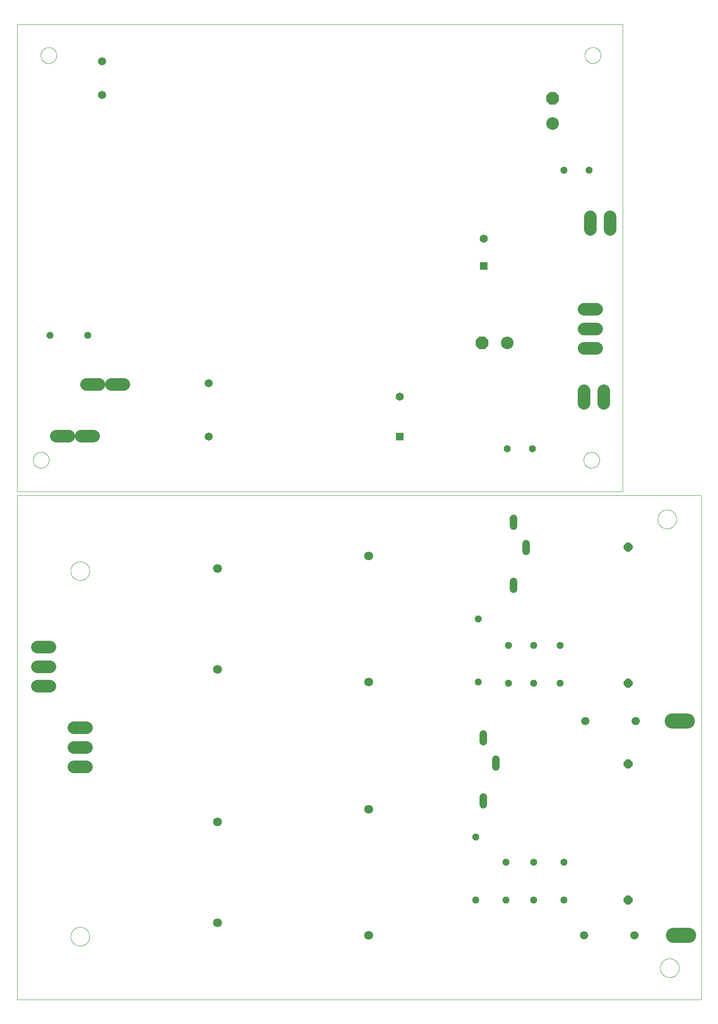
<source format=gtl>
G75*
%MOIN*%
%OFA0B0*%
%FSLAX25Y25*%
%IPPOS*%
%LPD*%
%AMOC8*
5,1,8,0,0,1.08239X$1,22.5*
%
%ADD10C,0.00000*%
%ADD11C,0.07087*%
%ADD12C,0.11850*%
%ADD13OC8,0.05600*%
%ADD14OC8,0.05200*%
%ADD15C,0.10039*%
%ADD16C,0.06000*%
%ADD17OC8,0.07050*%
%ADD18C,0.06600*%
%ADD19C,0.10000*%
%ADD20R,0.06496X0.06496*%
%ADD21C,0.06496*%
%ADD22C,0.10000*%
%ADD23OC8,0.10000*%
D10*
X0001800Y0001800D02*
X0001800Y0401800D01*
X0544800Y0401800D01*
X0544800Y0001721D01*
X0001800Y0001800D01*
X0044325Y0051800D02*
X0044327Y0051983D01*
X0044334Y0052167D01*
X0044345Y0052350D01*
X0044361Y0052533D01*
X0044381Y0052715D01*
X0044406Y0052897D01*
X0044435Y0053078D01*
X0044469Y0053258D01*
X0044507Y0053438D01*
X0044549Y0053616D01*
X0044596Y0053794D01*
X0044647Y0053970D01*
X0044702Y0054145D01*
X0044762Y0054318D01*
X0044826Y0054490D01*
X0044894Y0054661D01*
X0044966Y0054829D01*
X0045043Y0054996D01*
X0045123Y0055161D01*
X0045208Y0055324D01*
X0045296Y0055484D01*
X0045388Y0055643D01*
X0045485Y0055799D01*
X0045585Y0055953D01*
X0045689Y0056104D01*
X0045796Y0056253D01*
X0045907Y0056399D01*
X0046022Y0056542D01*
X0046140Y0056682D01*
X0046261Y0056820D01*
X0046386Y0056954D01*
X0046514Y0057086D01*
X0046646Y0057214D01*
X0046780Y0057339D01*
X0046918Y0057460D01*
X0047058Y0057578D01*
X0047201Y0057693D01*
X0047347Y0057804D01*
X0047496Y0057911D01*
X0047647Y0058015D01*
X0047801Y0058115D01*
X0047957Y0058212D01*
X0048116Y0058304D01*
X0048276Y0058392D01*
X0048439Y0058477D01*
X0048604Y0058557D01*
X0048771Y0058634D01*
X0048939Y0058706D01*
X0049110Y0058774D01*
X0049282Y0058838D01*
X0049455Y0058898D01*
X0049630Y0058953D01*
X0049806Y0059004D01*
X0049984Y0059051D01*
X0050162Y0059093D01*
X0050342Y0059131D01*
X0050522Y0059165D01*
X0050703Y0059194D01*
X0050885Y0059219D01*
X0051067Y0059239D01*
X0051250Y0059255D01*
X0051433Y0059266D01*
X0051617Y0059273D01*
X0051800Y0059275D01*
X0051983Y0059273D01*
X0052167Y0059266D01*
X0052350Y0059255D01*
X0052533Y0059239D01*
X0052715Y0059219D01*
X0052897Y0059194D01*
X0053078Y0059165D01*
X0053258Y0059131D01*
X0053438Y0059093D01*
X0053616Y0059051D01*
X0053794Y0059004D01*
X0053970Y0058953D01*
X0054145Y0058898D01*
X0054318Y0058838D01*
X0054490Y0058774D01*
X0054661Y0058706D01*
X0054829Y0058634D01*
X0054996Y0058557D01*
X0055161Y0058477D01*
X0055324Y0058392D01*
X0055484Y0058304D01*
X0055643Y0058212D01*
X0055799Y0058115D01*
X0055953Y0058015D01*
X0056104Y0057911D01*
X0056253Y0057804D01*
X0056399Y0057693D01*
X0056542Y0057578D01*
X0056682Y0057460D01*
X0056820Y0057339D01*
X0056954Y0057214D01*
X0057086Y0057086D01*
X0057214Y0056954D01*
X0057339Y0056820D01*
X0057460Y0056682D01*
X0057578Y0056542D01*
X0057693Y0056399D01*
X0057804Y0056253D01*
X0057911Y0056104D01*
X0058015Y0055953D01*
X0058115Y0055799D01*
X0058212Y0055643D01*
X0058304Y0055484D01*
X0058392Y0055324D01*
X0058477Y0055161D01*
X0058557Y0054996D01*
X0058634Y0054829D01*
X0058706Y0054661D01*
X0058774Y0054490D01*
X0058838Y0054318D01*
X0058898Y0054145D01*
X0058953Y0053970D01*
X0059004Y0053794D01*
X0059051Y0053616D01*
X0059093Y0053438D01*
X0059131Y0053258D01*
X0059165Y0053078D01*
X0059194Y0052897D01*
X0059219Y0052715D01*
X0059239Y0052533D01*
X0059255Y0052350D01*
X0059266Y0052167D01*
X0059273Y0051983D01*
X0059275Y0051800D01*
X0059273Y0051617D01*
X0059266Y0051433D01*
X0059255Y0051250D01*
X0059239Y0051067D01*
X0059219Y0050885D01*
X0059194Y0050703D01*
X0059165Y0050522D01*
X0059131Y0050342D01*
X0059093Y0050162D01*
X0059051Y0049984D01*
X0059004Y0049806D01*
X0058953Y0049630D01*
X0058898Y0049455D01*
X0058838Y0049282D01*
X0058774Y0049110D01*
X0058706Y0048939D01*
X0058634Y0048771D01*
X0058557Y0048604D01*
X0058477Y0048439D01*
X0058392Y0048276D01*
X0058304Y0048116D01*
X0058212Y0047957D01*
X0058115Y0047801D01*
X0058015Y0047647D01*
X0057911Y0047496D01*
X0057804Y0047347D01*
X0057693Y0047201D01*
X0057578Y0047058D01*
X0057460Y0046918D01*
X0057339Y0046780D01*
X0057214Y0046646D01*
X0057086Y0046514D01*
X0056954Y0046386D01*
X0056820Y0046261D01*
X0056682Y0046140D01*
X0056542Y0046022D01*
X0056399Y0045907D01*
X0056253Y0045796D01*
X0056104Y0045689D01*
X0055953Y0045585D01*
X0055799Y0045485D01*
X0055643Y0045388D01*
X0055484Y0045296D01*
X0055324Y0045208D01*
X0055161Y0045123D01*
X0054996Y0045043D01*
X0054829Y0044966D01*
X0054661Y0044894D01*
X0054490Y0044826D01*
X0054318Y0044762D01*
X0054145Y0044702D01*
X0053970Y0044647D01*
X0053794Y0044596D01*
X0053616Y0044549D01*
X0053438Y0044507D01*
X0053258Y0044469D01*
X0053078Y0044435D01*
X0052897Y0044406D01*
X0052715Y0044381D01*
X0052533Y0044361D01*
X0052350Y0044345D01*
X0052167Y0044334D01*
X0051983Y0044327D01*
X0051800Y0044325D01*
X0051617Y0044327D01*
X0051433Y0044334D01*
X0051250Y0044345D01*
X0051067Y0044361D01*
X0050885Y0044381D01*
X0050703Y0044406D01*
X0050522Y0044435D01*
X0050342Y0044469D01*
X0050162Y0044507D01*
X0049984Y0044549D01*
X0049806Y0044596D01*
X0049630Y0044647D01*
X0049455Y0044702D01*
X0049282Y0044762D01*
X0049110Y0044826D01*
X0048939Y0044894D01*
X0048771Y0044966D01*
X0048604Y0045043D01*
X0048439Y0045123D01*
X0048276Y0045208D01*
X0048116Y0045296D01*
X0047957Y0045388D01*
X0047801Y0045485D01*
X0047647Y0045585D01*
X0047496Y0045689D01*
X0047347Y0045796D01*
X0047201Y0045907D01*
X0047058Y0046022D01*
X0046918Y0046140D01*
X0046780Y0046261D01*
X0046646Y0046386D01*
X0046514Y0046514D01*
X0046386Y0046646D01*
X0046261Y0046780D01*
X0046140Y0046918D01*
X0046022Y0047058D01*
X0045907Y0047201D01*
X0045796Y0047347D01*
X0045689Y0047496D01*
X0045585Y0047647D01*
X0045485Y0047801D01*
X0045388Y0047957D01*
X0045296Y0048116D01*
X0045208Y0048276D01*
X0045123Y0048439D01*
X0045043Y0048604D01*
X0044966Y0048771D01*
X0044894Y0048939D01*
X0044826Y0049110D01*
X0044762Y0049282D01*
X0044702Y0049455D01*
X0044647Y0049630D01*
X0044596Y0049806D01*
X0044549Y0049984D01*
X0044507Y0050162D01*
X0044469Y0050342D01*
X0044435Y0050522D01*
X0044406Y0050703D01*
X0044381Y0050885D01*
X0044361Y0051067D01*
X0044345Y0051250D01*
X0044334Y0051433D01*
X0044327Y0051617D01*
X0044325Y0051800D01*
X0044325Y0341800D02*
X0044327Y0341983D01*
X0044334Y0342167D01*
X0044345Y0342350D01*
X0044361Y0342533D01*
X0044381Y0342715D01*
X0044406Y0342897D01*
X0044435Y0343078D01*
X0044469Y0343258D01*
X0044507Y0343438D01*
X0044549Y0343616D01*
X0044596Y0343794D01*
X0044647Y0343970D01*
X0044702Y0344145D01*
X0044762Y0344318D01*
X0044826Y0344490D01*
X0044894Y0344661D01*
X0044966Y0344829D01*
X0045043Y0344996D01*
X0045123Y0345161D01*
X0045208Y0345324D01*
X0045296Y0345484D01*
X0045388Y0345643D01*
X0045485Y0345799D01*
X0045585Y0345953D01*
X0045689Y0346104D01*
X0045796Y0346253D01*
X0045907Y0346399D01*
X0046022Y0346542D01*
X0046140Y0346682D01*
X0046261Y0346820D01*
X0046386Y0346954D01*
X0046514Y0347086D01*
X0046646Y0347214D01*
X0046780Y0347339D01*
X0046918Y0347460D01*
X0047058Y0347578D01*
X0047201Y0347693D01*
X0047347Y0347804D01*
X0047496Y0347911D01*
X0047647Y0348015D01*
X0047801Y0348115D01*
X0047957Y0348212D01*
X0048116Y0348304D01*
X0048276Y0348392D01*
X0048439Y0348477D01*
X0048604Y0348557D01*
X0048771Y0348634D01*
X0048939Y0348706D01*
X0049110Y0348774D01*
X0049282Y0348838D01*
X0049455Y0348898D01*
X0049630Y0348953D01*
X0049806Y0349004D01*
X0049984Y0349051D01*
X0050162Y0349093D01*
X0050342Y0349131D01*
X0050522Y0349165D01*
X0050703Y0349194D01*
X0050885Y0349219D01*
X0051067Y0349239D01*
X0051250Y0349255D01*
X0051433Y0349266D01*
X0051617Y0349273D01*
X0051800Y0349275D01*
X0051983Y0349273D01*
X0052167Y0349266D01*
X0052350Y0349255D01*
X0052533Y0349239D01*
X0052715Y0349219D01*
X0052897Y0349194D01*
X0053078Y0349165D01*
X0053258Y0349131D01*
X0053438Y0349093D01*
X0053616Y0349051D01*
X0053794Y0349004D01*
X0053970Y0348953D01*
X0054145Y0348898D01*
X0054318Y0348838D01*
X0054490Y0348774D01*
X0054661Y0348706D01*
X0054829Y0348634D01*
X0054996Y0348557D01*
X0055161Y0348477D01*
X0055324Y0348392D01*
X0055484Y0348304D01*
X0055643Y0348212D01*
X0055799Y0348115D01*
X0055953Y0348015D01*
X0056104Y0347911D01*
X0056253Y0347804D01*
X0056399Y0347693D01*
X0056542Y0347578D01*
X0056682Y0347460D01*
X0056820Y0347339D01*
X0056954Y0347214D01*
X0057086Y0347086D01*
X0057214Y0346954D01*
X0057339Y0346820D01*
X0057460Y0346682D01*
X0057578Y0346542D01*
X0057693Y0346399D01*
X0057804Y0346253D01*
X0057911Y0346104D01*
X0058015Y0345953D01*
X0058115Y0345799D01*
X0058212Y0345643D01*
X0058304Y0345484D01*
X0058392Y0345324D01*
X0058477Y0345161D01*
X0058557Y0344996D01*
X0058634Y0344829D01*
X0058706Y0344661D01*
X0058774Y0344490D01*
X0058838Y0344318D01*
X0058898Y0344145D01*
X0058953Y0343970D01*
X0059004Y0343794D01*
X0059051Y0343616D01*
X0059093Y0343438D01*
X0059131Y0343258D01*
X0059165Y0343078D01*
X0059194Y0342897D01*
X0059219Y0342715D01*
X0059239Y0342533D01*
X0059255Y0342350D01*
X0059266Y0342167D01*
X0059273Y0341983D01*
X0059275Y0341800D01*
X0059273Y0341617D01*
X0059266Y0341433D01*
X0059255Y0341250D01*
X0059239Y0341067D01*
X0059219Y0340885D01*
X0059194Y0340703D01*
X0059165Y0340522D01*
X0059131Y0340342D01*
X0059093Y0340162D01*
X0059051Y0339984D01*
X0059004Y0339806D01*
X0058953Y0339630D01*
X0058898Y0339455D01*
X0058838Y0339282D01*
X0058774Y0339110D01*
X0058706Y0338939D01*
X0058634Y0338771D01*
X0058557Y0338604D01*
X0058477Y0338439D01*
X0058392Y0338276D01*
X0058304Y0338116D01*
X0058212Y0337957D01*
X0058115Y0337801D01*
X0058015Y0337647D01*
X0057911Y0337496D01*
X0057804Y0337347D01*
X0057693Y0337201D01*
X0057578Y0337058D01*
X0057460Y0336918D01*
X0057339Y0336780D01*
X0057214Y0336646D01*
X0057086Y0336514D01*
X0056954Y0336386D01*
X0056820Y0336261D01*
X0056682Y0336140D01*
X0056542Y0336022D01*
X0056399Y0335907D01*
X0056253Y0335796D01*
X0056104Y0335689D01*
X0055953Y0335585D01*
X0055799Y0335485D01*
X0055643Y0335388D01*
X0055484Y0335296D01*
X0055324Y0335208D01*
X0055161Y0335123D01*
X0054996Y0335043D01*
X0054829Y0334966D01*
X0054661Y0334894D01*
X0054490Y0334826D01*
X0054318Y0334762D01*
X0054145Y0334702D01*
X0053970Y0334647D01*
X0053794Y0334596D01*
X0053616Y0334549D01*
X0053438Y0334507D01*
X0053258Y0334469D01*
X0053078Y0334435D01*
X0052897Y0334406D01*
X0052715Y0334381D01*
X0052533Y0334361D01*
X0052350Y0334345D01*
X0052167Y0334334D01*
X0051983Y0334327D01*
X0051800Y0334325D01*
X0051617Y0334327D01*
X0051433Y0334334D01*
X0051250Y0334345D01*
X0051067Y0334361D01*
X0050885Y0334381D01*
X0050703Y0334406D01*
X0050522Y0334435D01*
X0050342Y0334469D01*
X0050162Y0334507D01*
X0049984Y0334549D01*
X0049806Y0334596D01*
X0049630Y0334647D01*
X0049455Y0334702D01*
X0049282Y0334762D01*
X0049110Y0334826D01*
X0048939Y0334894D01*
X0048771Y0334966D01*
X0048604Y0335043D01*
X0048439Y0335123D01*
X0048276Y0335208D01*
X0048116Y0335296D01*
X0047957Y0335388D01*
X0047801Y0335485D01*
X0047647Y0335585D01*
X0047496Y0335689D01*
X0047347Y0335796D01*
X0047201Y0335907D01*
X0047058Y0336022D01*
X0046918Y0336140D01*
X0046780Y0336261D01*
X0046646Y0336386D01*
X0046514Y0336514D01*
X0046386Y0336646D01*
X0046261Y0336780D01*
X0046140Y0336918D01*
X0046022Y0337058D01*
X0045907Y0337201D01*
X0045796Y0337347D01*
X0045689Y0337496D01*
X0045585Y0337647D01*
X0045485Y0337801D01*
X0045388Y0337957D01*
X0045296Y0338116D01*
X0045208Y0338276D01*
X0045123Y0338439D01*
X0045043Y0338604D01*
X0044966Y0338771D01*
X0044894Y0338939D01*
X0044826Y0339110D01*
X0044762Y0339282D01*
X0044702Y0339455D01*
X0044647Y0339630D01*
X0044596Y0339806D01*
X0044549Y0339984D01*
X0044507Y0340162D01*
X0044469Y0340342D01*
X0044435Y0340522D01*
X0044406Y0340703D01*
X0044381Y0340885D01*
X0044361Y0341067D01*
X0044345Y0341250D01*
X0044334Y0341433D01*
X0044327Y0341617D01*
X0044325Y0341800D01*
X0001800Y0404800D02*
X0001800Y0775501D01*
X0482721Y0775501D01*
X0482721Y0404800D01*
X0001800Y0404800D01*
X0014501Y0429800D02*
X0014503Y0429958D01*
X0014509Y0430116D01*
X0014519Y0430274D01*
X0014533Y0430432D01*
X0014551Y0430589D01*
X0014572Y0430746D01*
X0014598Y0430902D01*
X0014628Y0431058D01*
X0014661Y0431213D01*
X0014699Y0431366D01*
X0014740Y0431519D01*
X0014785Y0431671D01*
X0014834Y0431822D01*
X0014887Y0431971D01*
X0014943Y0432119D01*
X0015003Y0432265D01*
X0015067Y0432410D01*
X0015135Y0432553D01*
X0015206Y0432695D01*
X0015280Y0432835D01*
X0015358Y0432972D01*
X0015440Y0433108D01*
X0015524Y0433242D01*
X0015613Y0433373D01*
X0015704Y0433502D01*
X0015799Y0433629D01*
X0015896Y0433754D01*
X0015997Y0433876D01*
X0016101Y0433995D01*
X0016208Y0434112D01*
X0016318Y0434226D01*
X0016431Y0434337D01*
X0016546Y0434446D01*
X0016664Y0434551D01*
X0016785Y0434653D01*
X0016908Y0434753D01*
X0017034Y0434849D01*
X0017162Y0434942D01*
X0017292Y0435032D01*
X0017425Y0435118D01*
X0017560Y0435202D01*
X0017696Y0435281D01*
X0017835Y0435358D01*
X0017976Y0435430D01*
X0018118Y0435500D01*
X0018262Y0435565D01*
X0018408Y0435627D01*
X0018555Y0435685D01*
X0018704Y0435740D01*
X0018854Y0435791D01*
X0019005Y0435838D01*
X0019157Y0435881D01*
X0019310Y0435920D01*
X0019465Y0435956D01*
X0019620Y0435987D01*
X0019776Y0436015D01*
X0019932Y0436039D01*
X0020089Y0436059D01*
X0020247Y0436075D01*
X0020404Y0436087D01*
X0020563Y0436095D01*
X0020721Y0436099D01*
X0020879Y0436099D01*
X0021037Y0436095D01*
X0021196Y0436087D01*
X0021353Y0436075D01*
X0021511Y0436059D01*
X0021668Y0436039D01*
X0021824Y0436015D01*
X0021980Y0435987D01*
X0022135Y0435956D01*
X0022290Y0435920D01*
X0022443Y0435881D01*
X0022595Y0435838D01*
X0022746Y0435791D01*
X0022896Y0435740D01*
X0023045Y0435685D01*
X0023192Y0435627D01*
X0023338Y0435565D01*
X0023482Y0435500D01*
X0023624Y0435430D01*
X0023765Y0435358D01*
X0023904Y0435281D01*
X0024040Y0435202D01*
X0024175Y0435118D01*
X0024308Y0435032D01*
X0024438Y0434942D01*
X0024566Y0434849D01*
X0024692Y0434753D01*
X0024815Y0434653D01*
X0024936Y0434551D01*
X0025054Y0434446D01*
X0025169Y0434337D01*
X0025282Y0434226D01*
X0025392Y0434112D01*
X0025499Y0433995D01*
X0025603Y0433876D01*
X0025704Y0433754D01*
X0025801Y0433629D01*
X0025896Y0433502D01*
X0025987Y0433373D01*
X0026076Y0433242D01*
X0026160Y0433108D01*
X0026242Y0432972D01*
X0026320Y0432835D01*
X0026394Y0432695D01*
X0026465Y0432553D01*
X0026533Y0432410D01*
X0026597Y0432265D01*
X0026657Y0432119D01*
X0026713Y0431971D01*
X0026766Y0431822D01*
X0026815Y0431671D01*
X0026860Y0431519D01*
X0026901Y0431366D01*
X0026939Y0431213D01*
X0026972Y0431058D01*
X0027002Y0430902D01*
X0027028Y0430746D01*
X0027049Y0430589D01*
X0027067Y0430432D01*
X0027081Y0430274D01*
X0027091Y0430116D01*
X0027097Y0429958D01*
X0027099Y0429800D01*
X0027097Y0429642D01*
X0027091Y0429484D01*
X0027081Y0429326D01*
X0027067Y0429168D01*
X0027049Y0429011D01*
X0027028Y0428854D01*
X0027002Y0428698D01*
X0026972Y0428542D01*
X0026939Y0428387D01*
X0026901Y0428234D01*
X0026860Y0428081D01*
X0026815Y0427929D01*
X0026766Y0427778D01*
X0026713Y0427629D01*
X0026657Y0427481D01*
X0026597Y0427335D01*
X0026533Y0427190D01*
X0026465Y0427047D01*
X0026394Y0426905D01*
X0026320Y0426765D01*
X0026242Y0426628D01*
X0026160Y0426492D01*
X0026076Y0426358D01*
X0025987Y0426227D01*
X0025896Y0426098D01*
X0025801Y0425971D01*
X0025704Y0425846D01*
X0025603Y0425724D01*
X0025499Y0425605D01*
X0025392Y0425488D01*
X0025282Y0425374D01*
X0025169Y0425263D01*
X0025054Y0425154D01*
X0024936Y0425049D01*
X0024815Y0424947D01*
X0024692Y0424847D01*
X0024566Y0424751D01*
X0024438Y0424658D01*
X0024308Y0424568D01*
X0024175Y0424482D01*
X0024040Y0424398D01*
X0023904Y0424319D01*
X0023765Y0424242D01*
X0023624Y0424170D01*
X0023482Y0424100D01*
X0023338Y0424035D01*
X0023192Y0423973D01*
X0023045Y0423915D01*
X0022896Y0423860D01*
X0022746Y0423809D01*
X0022595Y0423762D01*
X0022443Y0423719D01*
X0022290Y0423680D01*
X0022135Y0423644D01*
X0021980Y0423613D01*
X0021824Y0423585D01*
X0021668Y0423561D01*
X0021511Y0423541D01*
X0021353Y0423525D01*
X0021196Y0423513D01*
X0021037Y0423505D01*
X0020879Y0423501D01*
X0020721Y0423501D01*
X0020563Y0423505D01*
X0020404Y0423513D01*
X0020247Y0423525D01*
X0020089Y0423541D01*
X0019932Y0423561D01*
X0019776Y0423585D01*
X0019620Y0423613D01*
X0019465Y0423644D01*
X0019310Y0423680D01*
X0019157Y0423719D01*
X0019005Y0423762D01*
X0018854Y0423809D01*
X0018704Y0423860D01*
X0018555Y0423915D01*
X0018408Y0423973D01*
X0018262Y0424035D01*
X0018118Y0424100D01*
X0017976Y0424170D01*
X0017835Y0424242D01*
X0017696Y0424319D01*
X0017560Y0424398D01*
X0017425Y0424482D01*
X0017292Y0424568D01*
X0017162Y0424658D01*
X0017034Y0424751D01*
X0016908Y0424847D01*
X0016785Y0424947D01*
X0016664Y0425049D01*
X0016546Y0425154D01*
X0016431Y0425263D01*
X0016318Y0425374D01*
X0016208Y0425488D01*
X0016101Y0425605D01*
X0015997Y0425724D01*
X0015896Y0425846D01*
X0015799Y0425971D01*
X0015704Y0426098D01*
X0015613Y0426227D01*
X0015524Y0426358D01*
X0015440Y0426492D01*
X0015358Y0426628D01*
X0015280Y0426765D01*
X0015206Y0426905D01*
X0015135Y0427047D01*
X0015067Y0427190D01*
X0015003Y0427335D01*
X0014943Y0427481D01*
X0014887Y0427629D01*
X0014834Y0427778D01*
X0014785Y0427929D01*
X0014740Y0428081D01*
X0014699Y0428234D01*
X0014661Y0428387D01*
X0014628Y0428542D01*
X0014598Y0428698D01*
X0014572Y0428854D01*
X0014551Y0429011D01*
X0014533Y0429168D01*
X0014519Y0429326D01*
X0014509Y0429484D01*
X0014503Y0429642D01*
X0014501Y0429800D01*
X0020501Y0750800D02*
X0020503Y0750958D01*
X0020509Y0751116D01*
X0020519Y0751274D01*
X0020533Y0751432D01*
X0020551Y0751589D01*
X0020572Y0751746D01*
X0020598Y0751902D01*
X0020628Y0752058D01*
X0020661Y0752213D01*
X0020699Y0752366D01*
X0020740Y0752519D01*
X0020785Y0752671D01*
X0020834Y0752822D01*
X0020887Y0752971D01*
X0020943Y0753119D01*
X0021003Y0753265D01*
X0021067Y0753410D01*
X0021135Y0753553D01*
X0021206Y0753695D01*
X0021280Y0753835D01*
X0021358Y0753972D01*
X0021440Y0754108D01*
X0021524Y0754242D01*
X0021613Y0754373D01*
X0021704Y0754502D01*
X0021799Y0754629D01*
X0021896Y0754754D01*
X0021997Y0754876D01*
X0022101Y0754995D01*
X0022208Y0755112D01*
X0022318Y0755226D01*
X0022431Y0755337D01*
X0022546Y0755446D01*
X0022664Y0755551D01*
X0022785Y0755653D01*
X0022908Y0755753D01*
X0023034Y0755849D01*
X0023162Y0755942D01*
X0023292Y0756032D01*
X0023425Y0756118D01*
X0023560Y0756202D01*
X0023696Y0756281D01*
X0023835Y0756358D01*
X0023976Y0756430D01*
X0024118Y0756500D01*
X0024262Y0756565D01*
X0024408Y0756627D01*
X0024555Y0756685D01*
X0024704Y0756740D01*
X0024854Y0756791D01*
X0025005Y0756838D01*
X0025157Y0756881D01*
X0025310Y0756920D01*
X0025465Y0756956D01*
X0025620Y0756987D01*
X0025776Y0757015D01*
X0025932Y0757039D01*
X0026089Y0757059D01*
X0026247Y0757075D01*
X0026404Y0757087D01*
X0026563Y0757095D01*
X0026721Y0757099D01*
X0026879Y0757099D01*
X0027037Y0757095D01*
X0027196Y0757087D01*
X0027353Y0757075D01*
X0027511Y0757059D01*
X0027668Y0757039D01*
X0027824Y0757015D01*
X0027980Y0756987D01*
X0028135Y0756956D01*
X0028290Y0756920D01*
X0028443Y0756881D01*
X0028595Y0756838D01*
X0028746Y0756791D01*
X0028896Y0756740D01*
X0029045Y0756685D01*
X0029192Y0756627D01*
X0029338Y0756565D01*
X0029482Y0756500D01*
X0029624Y0756430D01*
X0029765Y0756358D01*
X0029904Y0756281D01*
X0030040Y0756202D01*
X0030175Y0756118D01*
X0030308Y0756032D01*
X0030438Y0755942D01*
X0030566Y0755849D01*
X0030692Y0755753D01*
X0030815Y0755653D01*
X0030936Y0755551D01*
X0031054Y0755446D01*
X0031169Y0755337D01*
X0031282Y0755226D01*
X0031392Y0755112D01*
X0031499Y0754995D01*
X0031603Y0754876D01*
X0031704Y0754754D01*
X0031801Y0754629D01*
X0031896Y0754502D01*
X0031987Y0754373D01*
X0032076Y0754242D01*
X0032160Y0754108D01*
X0032242Y0753972D01*
X0032320Y0753835D01*
X0032394Y0753695D01*
X0032465Y0753553D01*
X0032533Y0753410D01*
X0032597Y0753265D01*
X0032657Y0753119D01*
X0032713Y0752971D01*
X0032766Y0752822D01*
X0032815Y0752671D01*
X0032860Y0752519D01*
X0032901Y0752366D01*
X0032939Y0752213D01*
X0032972Y0752058D01*
X0033002Y0751902D01*
X0033028Y0751746D01*
X0033049Y0751589D01*
X0033067Y0751432D01*
X0033081Y0751274D01*
X0033091Y0751116D01*
X0033097Y0750958D01*
X0033099Y0750800D01*
X0033097Y0750642D01*
X0033091Y0750484D01*
X0033081Y0750326D01*
X0033067Y0750168D01*
X0033049Y0750011D01*
X0033028Y0749854D01*
X0033002Y0749698D01*
X0032972Y0749542D01*
X0032939Y0749387D01*
X0032901Y0749234D01*
X0032860Y0749081D01*
X0032815Y0748929D01*
X0032766Y0748778D01*
X0032713Y0748629D01*
X0032657Y0748481D01*
X0032597Y0748335D01*
X0032533Y0748190D01*
X0032465Y0748047D01*
X0032394Y0747905D01*
X0032320Y0747765D01*
X0032242Y0747628D01*
X0032160Y0747492D01*
X0032076Y0747358D01*
X0031987Y0747227D01*
X0031896Y0747098D01*
X0031801Y0746971D01*
X0031704Y0746846D01*
X0031603Y0746724D01*
X0031499Y0746605D01*
X0031392Y0746488D01*
X0031282Y0746374D01*
X0031169Y0746263D01*
X0031054Y0746154D01*
X0030936Y0746049D01*
X0030815Y0745947D01*
X0030692Y0745847D01*
X0030566Y0745751D01*
X0030438Y0745658D01*
X0030308Y0745568D01*
X0030175Y0745482D01*
X0030040Y0745398D01*
X0029904Y0745319D01*
X0029765Y0745242D01*
X0029624Y0745170D01*
X0029482Y0745100D01*
X0029338Y0745035D01*
X0029192Y0744973D01*
X0029045Y0744915D01*
X0028896Y0744860D01*
X0028746Y0744809D01*
X0028595Y0744762D01*
X0028443Y0744719D01*
X0028290Y0744680D01*
X0028135Y0744644D01*
X0027980Y0744613D01*
X0027824Y0744585D01*
X0027668Y0744561D01*
X0027511Y0744541D01*
X0027353Y0744525D01*
X0027196Y0744513D01*
X0027037Y0744505D01*
X0026879Y0744501D01*
X0026721Y0744501D01*
X0026563Y0744505D01*
X0026404Y0744513D01*
X0026247Y0744525D01*
X0026089Y0744541D01*
X0025932Y0744561D01*
X0025776Y0744585D01*
X0025620Y0744613D01*
X0025465Y0744644D01*
X0025310Y0744680D01*
X0025157Y0744719D01*
X0025005Y0744762D01*
X0024854Y0744809D01*
X0024704Y0744860D01*
X0024555Y0744915D01*
X0024408Y0744973D01*
X0024262Y0745035D01*
X0024118Y0745100D01*
X0023976Y0745170D01*
X0023835Y0745242D01*
X0023696Y0745319D01*
X0023560Y0745398D01*
X0023425Y0745482D01*
X0023292Y0745568D01*
X0023162Y0745658D01*
X0023034Y0745751D01*
X0022908Y0745847D01*
X0022785Y0745947D01*
X0022664Y0746049D01*
X0022546Y0746154D01*
X0022431Y0746263D01*
X0022318Y0746374D01*
X0022208Y0746488D01*
X0022101Y0746605D01*
X0021997Y0746724D01*
X0021896Y0746846D01*
X0021799Y0746971D01*
X0021704Y0747098D01*
X0021613Y0747227D01*
X0021524Y0747358D01*
X0021440Y0747492D01*
X0021358Y0747628D01*
X0021280Y0747765D01*
X0021206Y0747905D01*
X0021135Y0748047D01*
X0021067Y0748190D01*
X0021003Y0748335D01*
X0020943Y0748481D01*
X0020887Y0748629D01*
X0020834Y0748778D01*
X0020785Y0748929D01*
X0020740Y0749081D01*
X0020699Y0749234D01*
X0020661Y0749387D01*
X0020628Y0749542D01*
X0020598Y0749698D01*
X0020572Y0749854D01*
X0020551Y0750011D01*
X0020533Y0750168D01*
X0020519Y0750326D01*
X0020509Y0750484D01*
X0020503Y0750642D01*
X0020501Y0750800D01*
X0451501Y0429800D02*
X0451503Y0429958D01*
X0451509Y0430116D01*
X0451519Y0430274D01*
X0451533Y0430432D01*
X0451551Y0430589D01*
X0451572Y0430746D01*
X0451598Y0430902D01*
X0451628Y0431058D01*
X0451661Y0431213D01*
X0451699Y0431366D01*
X0451740Y0431519D01*
X0451785Y0431671D01*
X0451834Y0431822D01*
X0451887Y0431971D01*
X0451943Y0432119D01*
X0452003Y0432265D01*
X0452067Y0432410D01*
X0452135Y0432553D01*
X0452206Y0432695D01*
X0452280Y0432835D01*
X0452358Y0432972D01*
X0452440Y0433108D01*
X0452524Y0433242D01*
X0452613Y0433373D01*
X0452704Y0433502D01*
X0452799Y0433629D01*
X0452896Y0433754D01*
X0452997Y0433876D01*
X0453101Y0433995D01*
X0453208Y0434112D01*
X0453318Y0434226D01*
X0453431Y0434337D01*
X0453546Y0434446D01*
X0453664Y0434551D01*
X0453785Y0434653D01*
X0453908Y0434753D01*
X0454034Y0434849D01*
X0454162Y0434942D01*
X0454292Y0435032D01*
X0454425Y0435118D01*
X0454560Y0435202D01*
X0454696Y0435281D01*
X0454835Y0435358D01*
X0454976Y0435430D01*
X0455118Y0435500D01*
X0455262Y0435565D01*
X0455408Y0435627D01*
X0455555Y0435685D01*
X0455704Y0435740D01*
X0455854Y0435791D01*
X0456005Y0435838D01*
X0456157Y0435881D01*
X0456310Y0435920D01*
X0456465Y0435956D01*
X0456620Y0435987D01*
X0456776Y0436015D01*
X0456932Y0436039D01*
X0457089Y0436059D01*
X0457247Y0436075D01*
X0457404Y0436087D01*
X0457563Y0436095D01*
X0457721Y0436099D01*
X0457879Y0436099D01*
X0458037Y0436095D01*
X0458196Y0436087D01*
X0458353Y0436075D01*
X0458511Y0436059D01*
X0458668Y0436039D01*
X0458824Y0436015D01*
X0458980Y0435987D01*
X0459135Y0435956D01*
X0459290Y0435920D01*
X0459443Y0435881D01*
X0459595Y0435838D01*
X0459746Y0435791D01*
X0459896Y0435740D01*
X0460045Y0435685D01*
X0460192Y0435627D01*
X0460338Y0435565D01*
X0460482Y0435500D01*
X0460624Y0435430D01*
X0460765Y0435358D01*
X0460904Y0435281D01*
X0461040Y0435202D01*
X0461175Y0435118D01*
X0461308Y0435032D01*
X0461438Y0434942D01*
X0461566Y0434849D01*
X0461692Y0434753D01*
X0461815Y0434653D01*
X0461936Y0434551D01*
X0462054Y0434446D01*
X0462169Y0434337D01*
X0462282Y0434226D01*
X0462392Y0434112D01*
X0462499Y0433995D01*
X0462603Y0433876D01*
X0462704Y0433754D01*
X0462801Y0433629D01*
X0462896Y0433502D01*
X0462987Y0433373D01*
X0463076Y0433242D01*
X0463160Y0433108D01*
X0463242Y0432972D01*
X0463320Y0432835D01*
X0463394Y0432695D01*
X0463465Y0432553D01*
X0463533Y0432410D01*
X0463597Y0432265D01*
X0463657Y0432119D01*
X0463713Y0431971D01*
X0463766Y0431822D01*
X0463815Y0431671D01*
X0463860Y0431519D01*
X0463901Y0431366D01*
X0463939Y0431213D01*
X0463972Y0431058D01*
X0464002Y0430902D01*
X0464028Y0430746D01*
X0464049Y0430589D01*
X0464067Y0430432D01*
X0464081Y0430274D01*
X0464091Y0430116D01*
X0464097Y0429958D01*
X0464099Y0429800D01*
X0464097Y0429642D01*
X0464091Y0429484D01*
X0464081Y0429326D01*
X0464067Y0429168D01*
X0464049Y0429011D01*
X0464028Y0428854D01*
X0464002Y0428698D01*
X0463972Y0428542D01*
X0463939Y0428387D01*
X0463901Y0428234D01*
X0463860Y0428081D01*
X0463815Y0427929D01*
X0463766Y0427778D01*
X0463713Y0427629D01*
X0463657Y0427481D01*
X0463597Y0427335D01*
X0463533Y0427190D01*
X0463465Y0427047D01*
X0463394Y0426905D01*
X0463320Y0426765D01*
X0463242Y0426628D01*
X0463160Y0426492D01*
X0463076Y0426358D01*
X0462987Y0426227D01*
X0462896Y0426098D01*
X0462801Y0425971D01*
X0462704Y0425846D01*
X0462603Y0425724D01*
X0462499Y0425605D01*
X0462392Y0425488D01*
X0462282Y0425374D01*
X0462169Y0425263D01*
X0462054Y0425154D01*
X0461936Y0425049D01*
X0461815Y0424947D01*
X0461692Y0424847D01*
X0461566Y0424751D01*
X0461438Y0424658D01*
X0461308Y0424568D01*
X0461175Y0424482D01*
X0461040Y0424398D01*
X0460904Y0424319D01*
X0460765Y0424242D01*
X0460624Y0424170D01*
X0460482Y0424100D01*
X0460338Y0424035D01*
X0460192Y0423973D01*
X0460045Y0423915D01*
X0459896Y0423860D01*
X0459746Y0423809D01*
X0459595Y0423762D01*
X0459443Y0423719D01*
X0459290Y0423680D01*
X0459135Y0423644D01*
X0458980Y0423613D01*
X0458824Y0423585D01*
X0458668Y0423561D01*
X0458511Y0423541D01*
X0458353Y0423525D01*
X0458196Y0423513D01*
X0458037Y0423505D01*
X0457879Y0423501D01*
X0457721Y0423501D01*
X0457563Y0423505D01*
X0457404Y0423513D01*
X0457247Y0423525D01*
X0457089Y0423541D01*
X0456932Y0423561D01*
X0456776Y0423585D01*
X0456620Y0423613D01*
X0456465Y0423644D01*
X0456310Y0423680D01*
X0456157Y0423719D01*
X0456005Y0423762D01*
X0455854Y0423809D01*
X0455704Y0423860D01*
X0455555Y0423915D01*
X0455408Y0423973D01*
X0455262Y0424035D01*
X0455118Y0424100D01*
X0454976Y0424170D01*
X0454835Y0424242D01*
X0454696Y0424319D01*
X0454560Y0424398D01*
X0454425Y0424482D01*
X0454292Y0424568D01*
X0454162Y0424658D01*
X0454034Y0424751D01*
X0453908Y0424847D01*
X0453785Y0424947D01*
X0453664Y0425049D01*
X0453546Y0425154D01*
X0453431Y0425263D01*
X0453318Y0425374D01*
X0453208Y0425488D01*
X0453101Y0425605D01*
X0452997Y0425724D01*
X0452896Y0425846D01*
X0452799Y0425971D01*
X0452704Y0426098D01*
X0452613Y0426227D01*
X0452524Y0426358D01*
X0452440Y0426492D01*
X0452358Y0426628D01*
X0452280Y0426765D01*
X0452206Y0426905D01*
X0452135Y0427047D01*
X0452067Y0427190D01*
X0452003Y0427335D01*
X0451943Y0427481D01*
X0451887Y0427629D01*
X0451834Y0427778D01*
X0451785Y0427929D01*
X0451740Y0428081D01*
X0451699Y0428234D01*
X0451661Y0428387D01*
X0451628Y0428542D01*
X0451598Y0428698D01*
X0451572Y0428854D01*
X0451551Y0429011D01*
X0451533Y0429168D01*
X0451519Y0429326D01*
X0451509Y0429484D01*
X0451503Y0429642D01*
X0451501Y0429800D01*
X0510325Y0382800D02*
X0510327Y0382983D01*
X0510334Y0383167D01*
X0510345Y0383350D01*
X0510361Y0383533D01*
X0510381Y0383715D01*
X0510406Y0383897D01*
X0510435Y0384078D01*
X0510469Y0384258D01*
X0510507Y0384438D01*
X0510549Y0384616D01*
X0510596Y0384794D01*
X0510647Y0384970D01*
X0510702Y0385145D01*
X0510762Y0385318D01*
X0510826Y0385490D01*
X0510894Y0385661D01*
X0510966Y0385829D01*
X0511043Y0385996D01*
X0511123Y0386161D01*
X0511208Y0386324D01*
X0511296Y0386484D01*
X0511388Y0386643D01*
X0511485Y0386799D01*
X0511585Y0386953D01*
X0511689Y0387104D01*
X0511796Y0387253D01*
X0511907Y0387399D01*
X0512022Y0387542D01*
X0512140Y0387682D01*
X0512261Y0387820D01*
X0512386Y0387954D01*
X0512514Y0388086D01*
X0512646Y0388214D01*
X0512780Y0388339D01*
X0512918Y0388460D01*
X0513058Y0388578D01*
X0513201Y0388693D01*
X0513347Y0388804D01*
X0513496Y0388911D01*
X0513647Y0389015D01*
X0513801Y0389115D01*
X0513957Y0389212D01*
X0514116Y0389304D01*
X0514276Y0389392D01*
X0514439Y0389477D01*
X0514604Y0389557D01*
X0514771Y0389634D01*
X0514939Y0389706D01*
X0515110Y0389774D01*
X0515282Y0389838D01*
X0515455Y0389898D01*
X0515630Y0389953D01*
X0515806Y0390004D01*
X0515984Y0390051D01*
X0516162Y0390093D01*
X0516342Y0390131D01*
X0516522Y0390165D01*
X0516703Y0390194D01*
X0516885Y0390219D01*
X0517067Y0390239D01*
X0517250Y0390255D01*
X0517433Y0390266D01*
X0517617Y0390273D01*
X0517800Y0390275D01*
X0517983Y0390273D01*
X0518167Y0390266D01*
X0518350Y0390255D01*
X0518533Y0390239D01*
X0518715Y0390219D01*
X0518897Y0390194D01*
X0519078Y0390165D01*
X0519258Y0390131D01*
X0519438Y0390093D01*
X0519616Y0390051D01*
X0519794Y0390004D01*
X0519970Y0389953D01*
X0520145Y0389898D01*
X0520318Y0389838D01*
X0520490Y0389774D01*
X0520661Y0389706D01*
X0520829Y0389634D01*
X0520996Y0389557D01*
X0521161Y0389477D01*
X0521324Y0389392D01*
X0521484Y0389304D01*
X0521643Y0389212D01*
X0521799Y0389115D01*
X0521953Y0389015D01*
X0522104Y0388911D01*
X0522253Y0388804D01*
X0522399Y0388693D01*
X0522542Y0388578D01*
X0522682Y0388460D01*
X0522820Y0388339D01*
X0522954Y0388214D01*
X0523086Y0388086D01*
X0523214Y0387954D01*
X0523339Y0387820D01*
X0523460Y0387682D01*
X0523578Y0387542D01*
X0523693Y0387399D01*
X0523804Y0387253D01*
X0523911Y0387104D01*
X0524015Y0386953D01*
X0524115Y0386799D01*
X0524212Y0386643D01*
X0524304Y0386484D01*
X0524392Y0386324D01*
X0524477Y0386161D01*
X0524557Y0385996D01*
X0524634Y0385829D01*
X0524706Y0385661D01*
X0524774Y0385490D01*
X0524838Y0385318D01*
X0524898Y0385145D01*
X0524953Y0384970D01*
X0525004Y0384794D01*
X0525051Y0384616D01*
X0525093Y0384438D01*
X0525131Y0384258D01*
X0525165Y0384078D01*
X0525194Y0383897D01*
X0525219Y0383715D01*
X0525239Y0383533D01*
X0525255Y0383350D01*
X0525266Y0383167D01*
X0525273Y0382983D01*
X0525275Y0382800D01*
X0525273Y0382617D01*
X0525266Y0382433D01*
X0525255Y0382250D01*
X0525239Y0382067D01*
X0525219Y0381885D01*
X0525194Y0381703D01*
X0525165Y0381522D01*
X0525131Y0381342D01*
X0525093Y0381162D01*
X0525051Y0380984D01*
X0525004Y0380806D01*
X0524953Y0380630D01*
X0524898Y0380455D01*
X0524838Y0380282D01*
X0524774Y0380110D01*
X0524706Y0379939D01*
X0524634Y0379771D01*
X0524557Y0379604D01*
X0524477Y0379439D01*
X0524392Y0379276D01*
X0524304Y0379116D01*
X0524212Y0378957D01*
X0524115Y0378801D01*
X0524015Y0378647D01*
X0523911Y0378496D01*
X0523804Y0378347D01*
X0523693Y0378201D01*
X0523578Y0378058D01*
X0523460Y0377918D01*
X0523339Y0377780D01*
X0523214Y0377646D01*
X0523086Y0377514D01*
X0522954Y0377386D01*
X0522820Y0377261D01*
X0522682Y0377140D01*
X0522542Y0377022D01*
X0522399Y0376907D01*
X0522253Y0376796D01*
X0522104Y0376689D01*
X0521953Y0376585D01*
X0521799Y0376485D01*
X0521643Y0376388D01*
X0521484Y0376296D01*
X0521324Y0376208D01*
X0521161Y0376123D01*
X0520996Y0376043D01*
X0520829Y0375966D01*
X0520661Y0375894D01*
X0520490Y0375826D01*
X0520318Y0375762D01*
X0520145Y0375702D01*
X0519970Y0375647D01*
X0519794Y0375596D01*
X0519616Y0375549D01*
X0519438Y0375507D01*
X0519258Y0375469D01*
X0519078Y0375435D01*
X0518897Y0375406D01*
X0518715Y0375381D01*
X0518533Y0375361D01*
X0518350Y0375345D01*
X0518167Y0375334D01*
X0517983Y0375327D01*
X0517800Y0375325D01*
X0517617Y0375327D01*
X0517433Y0375334D01*
X0517250Y0375345D01*
X0517067Y0375361D01*
X0516885Y0375381D01*
X0516703Y0375406D01*
X0516522Y0375435D01*
X0516342Y0375469D01*
X0516162Y0375507D01*
X0515984Y0375549D01*
X0515806Y0375596D01*
X0515630Y0375647D01*
X0515455Y0375702D01*
X0515282Y0375762D01*
X0515110Y0375826D01*
X0514939Y0375894D01*
X0514771Y0375966D01*
X0514604Y0376043D01*
X0514439Y0376123D01*
X0514276Y0376208D01*
X0514116Y0376296D01*
X0513957Y0376388D01*
X0513801Y0376485D01*
X0513647Y0376585D01*
X0513496Y0376689D01*
X0513347Y0376796D01*
X0513201Y0376907D01*
X0513058Y0377022D01*
X0512918Y0377140D01*
X0512780Y0377261D01*
X0512646Y0377386D01*
X0512514Y0377514D01*
X0512386Y0377646D01*
X0512261Y0377780D01*
X0512140Y0377918D01*
X0512022Y0378058D01*
X0511907Y0378201D01*
X0511796Y0378347D01*
X0511689Y0378496D01*
X0511585Y0378647D01*
X0511485Y0378801D01*
X0511388Y0378957D01*
X0511296Y0379116D01*
X0511208Y0379276D01*
X0511123Y0379439D01*
X0511043Y0379604D01*
X0510966Y0379771D01*
X0510894Y0379939D01*
X0510826Y0380110D01*
X0510762Y0380282D01*
X0510702Y0380455D01*
X0510647Y0380630D01*
X0510596Y0380806D01*
X0510549Y0380984D01*
X0510507Y0381162D01*
X0510469Y0381342D01*
X0510435Y0381522D01*
X0510406Y0381703D01*
X0510381Y0381885D01*
X0510361Y0382067D01*
X0510345Y0382250D01*
X0510334Y0382433D01*
X0510327Y0382617D01*
X0510325Y0382800D01*
X0512325Y0026800D02*
X0512327Y0026983D01*
X0512334Y0027167D01*
X0512345Y0027350D01*
X0512361Y0027533D01*
X0512381Y0027715D01*
X0512406Y0027897D01*
X0512435Y0028078D01*
X0512469Y0028258D01*
X0512507Y0028438D01*
X0512549Y0028616D01*
X0512596Y0028794D01*
X0512647Y0028970D01*
X0512702Y0029145D01*
X0512762Y0029318D01*
X0512826Y0029490D01*
X0512894Y0029661D01*
X0512966Y0029829D01*
X0513043Y0029996D01*
X0513123Y0030161D01*
X0513208Y0030324D01*
X0513296Y0030484D01*
X0513388Y0030643D01*
X0513485Y0030799D01*
X0513585Y0030953D01*
X0513689Y0031104D01*
X0513796Y0031253D01*
X0513907Y0031399D01*
X0514022Y0031542D01*
X0514140Y0031682D01*
X0514261Y0031820D01*
X0514386Y0031954D01*
X0514514Y0032086D01*
X0514646Y0032214D01*
X0514780Y0032339D01*
X0514918Y0032460D01*
X0515058Y0032578D01*
X0515201Y0032693D01*
X0515347Y0032804D01*
X0515496Y0032911D01*
X0515647Y0033015D01*
X0515801Y0033115D01*
X0515957Y0033212D01*
X0516116Y0033304D01*
X0516276Y0033392D01*
X0516439Y0033477D01*
X0516604Y0033557D01*
X0516771Y0033634D01*
X0516939Y0033706D01*
X0517110Y0033774D01*
X0517282Y0033838D01*
X0517455Y0033898D01*
X0517630Y0033953D01*
X0517806Y0034004D01*
X0517984Y0034051D01*
X0518162Y0034093D01*
X0518342Y0034131D01*
X0518522Y0034165D01*
X0518703Y0034194D01*
X0518885Y0034219D01*
X0519067Y0034239D01*
X0519250Y0034255D01*
X0519433Y0034266D01*
X0519617Y0034273D01*
X0519800Y0034275D01*
X0519983Y0034273D01*
X0520167Y0034266D01*
X0520350Y0034255D01*
X0520533Y0034239D01*
X0520715Y0034219D01*
X0520897Y0034194D01*
X0521078Y0034165D01*
X0521258Y0034131D01*
X0521438Y0034093D01*
X0521616Y0034051D01*
X0521794Y0034004D01*
X0521970Y0033953D01*
X0522145Y0033898D01*
X0522318Y0033838D01*
X0522490Y0033774D01*
X0522661Y0033706D01*
X0522829Y0033634D01*
X0522996Y0033557D01*
X0523161Y0033477D01*
X0523324Y0033392D01*
X0523484Y0033304D01*
X0523643Y0033212D01*
X0523799Y0033115D01*
X0523953Y0033015D01*
X0524104Y0032911D01*
X0524253Y0032804D01*
X0524399Y0032693D01*
X0524542Y0032578D01*
X0524682Y0032460D01*
X0524820Y0032339D01*
X0524954Y0032214D01*
X0525086Y0032086D01*
X0525214Y0031954D01*
X0525339Y0031820D01*
X0525460Y0031682D01*
X0525578Y0031542D01*
X0525693Y0031399D01*
X0525804Y0031253D01*
X0525911Y0031104D01*
X0526015Y0030953D01*
X0526115Y0030799D01*
X0526212Y0030643D01*
X0526304Y0030484D01*
X0526392Y0030324D01*
X0526477Y0030161D01*
X0526557Y0029996D01*
X0526634Y0029829D01*
X0526706Y0029661D01*
X0526774Y0029490D01*
X0526838Y0029318D01*
X0526898Y0029145D01*
X0526953Y0028970D01*
X0527004Y0028794D01*
X0527051Y0028616D01*
X0527093Y0028438D01*
X0527131Y0028258D01*
X0527165Y0028078D01*
X0527194Y0027897D01*
X0527219Y0027715D01*
X0527239Y0027533D01*
X0527255Y0027350D01*
X0527266Y0027167D01*
X0527273Y0026983D01*
X0527275Y0026800D01*
X0527273Y0026617D01*
X0527266Y0026433D01*
X0527255Y0026250D01*
X0527239Y0026067D01*
X0527219Y0025885D01*
X0527194Y0025703D01*
X0527165Y0025522D01*
X0527131Y0025342D01*
X0527093Y0025162D01*
X0527051Y0024984D01*
X0527004Y0024806D01*
X0526953Y0024630D01*
X0526898Y0024455D01*
X0526838Y0024282D01*
X0526774Y0024110D01*
X0526706Y0023939D01*
X0526634Y0023771D01*
X0526557Y0023604D01*
X0526477Y0023439D01*
X0526392Y0023276D01*
X0526304Y0023116D01*
X0526212Y0022957D01*
X0526115Y0022801D01*
X0526015Y0022647D01*
X0525911Y0022496D01*
X0525804Y0022347D01*
X0525693Y0022201D01*
X0525578Y0022058D01*
X0525460Y0021918D01*
X0525339Y0021780D01*
X0525214Y0021646D01*
X0525086Y0021514D01*
X0524954Y0021386D01*
X0524820Y0021261D01*
X0524682Y0021140D01*
X0524542Y0021022D01*
X0524399Y0020907D01*
X0524253Y0020796D01*
X0524104Y0020689D01*
X0523953Y0020585D01*
X0523799Y0020485D01*
X0523643Y0020388D01*
X0523484Y0020296D01*
X0523324Y0020208D01*
X0523161Y0020123D01*
X0522996Y0020043D01*
X0522829Y0019966D01*
X0522661Y0019894D01*
X0522490Y0019826D01*
X0522318Y0019762D01*
X0522145Y0019702D01*
X0521970Y0019647D01*
X0521794Y0019596D01*
X0521616Y0019549D01*
X0521438Y0019507D01*
X0521258Y0019469D01*
X0521078Y0019435D01*
X0520897Y0019406D01*
X0520715Y0019381D01*
X0520533Y0019361D01*
X0520350Y0019345D01*
X0520167Y0019334D01*
X0519983Y0019327D01*
X0519800Y0019325D01*
X0519617Y0019327D01*
X0519433Y0019334D01*
X0519250Y0019345D01*
X0519067Y0019361D01*
X0518885Y0019381D01*
X0518703Y0019406D01*
X0518522Y0019435D01*
X0518342Y0019469D01*
X0518162Y0019507D01*
X0517984Y0019549D01*
X0517806Y0019596D01*
X0517630Y0019647D01*
X0517455Y0019702D01*
X0517282Y0019762D01*
X0517110Y0019826D01*
X0516939Y0019894D01*
X0516771Y0019966D01*
X0516604Y0020043D01*
X0516439Y0020123D01*
X0516276Y0020208D01*
X0516116Y0020296D01*
X0515957Y0020388D01*
X0515801Y0020485D01*
X0515647Y0020585D01*
X0515496Y0020689D01*
X0515347Y0020796D01*
X0515201Y0020907D01*
X0515058Y0021022D01*
X0514918Y0021140D01*
X0514780Y0021261D01*
X0514646Y0021386D01*
X0514514Y0021514D01*
X0514386Y0021646D01*
X0514261Y0021780D01*
X0514140Y0021918D01*
X0514022Y0022058D01*
X0513907Y0022201D01*
X0513796Y0022347D01*
X0513689Y0022496D01*
X0513585Y0022647D01*
X0513485Y0022801D01*
X0513388Y0022957D01*
X0513296Y0023116D01*
X0513208Y0023276D01*
X0513123Y0023439D01*
X0513043Y0023604D01*
X0512966Y0023771D01*
X0512894Y0023939D01*
X0512826Y0024110D01*
X0512762Y0024282D01*
X0512702Y0024455D01*
X0512647Y0024630D01*
X0512596Y0024806D01*
X0512549Y0024984D01*
X0512507Y0025162D01*
X0512469Y0025342D01*
X0512435Y0025522D01*
X0512406Y0025703D01*
X0512381Y0025885D01*
X0512361Y0026067D01*
X0512345Y0026250D01*
X0512334Y0026433D01*
X0512327Y0026617D01*
X0512325Y0026800D01*
X0452501Y0750800D02*
X0452503Y0750958D01*
X0452509Y0751116D01*
X0452519Y0751274D01*
X0452533Y0751432D01*
X0452551Y0751589D01*
X0452572Y0751746D01*
X0452598Y0751902D01*
X0452628Y0752058D01*
X0452661Y0752213D01*
X0452699Y0752366D01*
X0452740Y0752519D01*
X0452785Y0752671D01*
X0452834Y0752822D01*
X0452887Y0752971D01*
X0452943Y0753119D01*
X0453003Y0753265D01*
X0453067Y0753410D01*
X0453135Y0753553D01*
X0453206Y0753695D01*
X0453280Y0753835D01*
X0453358Y0753972D01*
X0453440Y0754108D01*
X0453524Y0754242D01*
X0453613Y0754373D01*
X0453704Y0754502D01*
X0453799Y0754629D01*
X0453896Y0754754D01*
X0453997Y0754876D01*
X0454101Y0754995D01*
X0454208Y0755112D01*
X0454318Y0755226D01*
X0454431Y0755337D01*
X0454546Y0755446D01*
X0454664Y0755551D01*
X0454785Y0755653D01*
X0454908Y0755753D01*
X0455034Y0755849D01*
X0455162Y0755942D01*
X0455292Y0756032D01*
X0455425Y0756118D01*
X0455560Y0756202D01*
X0455696Y0756281D01*
X0455835Y0756358D01*
X0455976Y0756430D01*
X0456118Y0756500D01*
X0456262Y0756565D01*
X0456408Y0756627D01*
X0456555Y0756685D01*
X0456704Y0756740D01*
X0456854Y0756791D01*
X0457005Y0756838D01*
X0457157Y0756881D01*
X0457310Y0756920D01*
X0457465Y0756956D01*
X0457620Y0756987D01*
X0457776Y0757015D01*
X0457932Y0757039D01*
X0458089Y0757059D01*
X0458247Y0757075D01*
X0458404Y0757087D01*
X0458563Y0757095D01*
X0458721Y0757099D01*
X0458879Y0757099D01*
X0459037Y0757095D01*
X0459196Y0757087D01*
X0459353Y0757075D01*
X0459511Y0757059D01*
X0459668Y0757039D01*
X0459824Y0757015D01*
X0459980Y0756987D01*
X0460135Y0756956D01*
X0460290Y0756920D01*
X0460443Y0756881D01*
X0460595Y0756838D01*
X0460746Y0756791D01*
X0460896Y0756740D01*
X0461045Y0756685D01*
X0461192Y0756627D01*
X0461338Y0756565D01*
X0461482Y0756500D01*
X0461624Y0756430D01*
X0461765Y0756358D01*
X0461904Y0756281D01*
X0462040Y0756202D01*
X0462175Y0756118D01*
X0462308Y0756032D01*
X0462438Y0755942D01*
X0462566Y0755849D01*
X0462692Y0755753D01*
X0462815Y0755653D01*
X0462936Y0755551D01*
X0463054Y0755446D01*
X0463169Y0755337D01*
X0463282Y0755226D01*
X0463392Y0755112D01*
X0463499Y0754995D01*
X0463603Y0754876D01*
X0463704Y0754754D01*
X0463801Y0754629D01*
X0463896Y0754502D01*
X0463987Y0754373D01*
X0464076Y0754242D01*
X0464160Y0754108D01*
X0464242Y0753972D01*
X0464320Y0753835D01*
X0464394Y0753695D01*
X0464465Y0753553D01*
X0464533Y0753410D01*
X0464597Y0753265D01*
X0464657Y0753119D01*
X0464713Y0752971D01*
X0464766Y0752822D01*
X0464815Y0752671D01*
X0464860Y0752519D01*
X0464901Y0752366D01*
X0464939Y0752213D01*
X0464972Y0752058D01*
X0465002Y0751902D01*
X0465028Y0751746D01*
X0465049Y0751589D01*
X0465067Y0751432D01*
X0465081Y0751274D01*
X0465091Y0751116D01*
X0465097Y0750958D01*
X0465099Y0750800D01*
X0465097Y0750642D01*
X0465091Y0750484D01*
X0465081Y0750326D01*
X0465067Y0750168D01*
X0465049Y0750011D01*
X0465028Y0749854D01*
X0465002Y0749698D01*
X0464972Y0749542D01*
X0464939Y0749387D01*
X0464901Y0749234D01*
X0464860Y0749081D01*
X0464815Y0748929D01*
X0464766Y0748778D01*
X0464713Y0748629D01*
X0464657Y0748481D01*
X0464597Y0748335D01*
X0464533Y0748190D01*
X0464465Y0748047D01*
X0464394Y0747905D01*
X0464320Y0747765D01*
X0464242Y0747628D01*
X0464160Y0747492D01*
X0464076Y0747358D01*
X0463987Y0747227D01*
X0463896Y0747098D01*
X0463801Y0746971D01*
X0463704Y0746846D01*
X0463603Y0746724D01*
X0463499Y0746605D01*
X0463392Y0746488D01*
X0463282Y0746374D01*
X0463169Y0746263D01*
X0463054Y0746154D01*
X0462936Y0746049D01*
X0462815Y0745947D01*
X0462692Y0745847D01*
X0462566Y0745751D01*
X0462438Y0745658D01*
X0462308Y0745568D01*
X0462175Y0745482D01*
X0462040Y0745398D01*
X0461904Y0745319D01*
X0461765Y0745242D01*
X0461624Y0745170D01*
X0461482Y0745100D01*
X0461338Y0745035D01*
X0461192Y0744973D01*
X0461045Y0744915D01*
X0460896Y0744860D01*
X0460746Y0744809D01*
X0460595Y0744762D01*
X0460443Y0744719D01*
X0460290Y0744680D01*
X0460135Y0744644D01*
X0459980Y0744613D01*
X0459824Y0744585D01*
X0459668Y0744561D01*
X0459511Y0744541D01*
X0459353Y0744525D01*
X0459196Y0744513D01*
X0459037Y0744505D01*
X0458879Y0744501D01*
X0458721Y0744501D01*
X0458563Y0744505D01*
X0458404Y0744513D01*
X0458247Y0744525D01*
X0458089Y0744541D01*
X0457932Y0744561D01*
X0457776Y0744585D01*
X0457620Y0744613D01*
X0457465Y0744644D01*
X0457310Y0744680D01*
X0457157Y0744719D01*
X0457005Y0744762D01*
X0456854Y0744809D01*
X0456704Y0744860D01*
X0456555Y0744915D01*
X0456408Y0744973D01*
X0456262Y0745035D01*
X0456118Y0745100D01*
X0455976Y0745170D01*
X0455835Y0745242D01*
X0455696Y0745319D01*
X0455560Y0745398D01*
X0455425Y0745482D01*
X0455292Y0745568D01*
X0455162Y0745658D01*
X0455034Y0745751D01*
X0454908Y0745847D01*
X0454785Y0745947D01*
X0454664Y0746049D01*
X0454546Y0746154D01*
X0454431Y0746263D01*
X0454318Y0746374D01*
X0454208Y0746488D01*
X0454101Y0746605D01*
X0453997Y0746724D01*
X0453896Y0746846D01*
X0453799Y0746971D01*
X0453704Y0747098D01*
X0453613Y0747227D01*
X0453524Y0747358D01*
X0453440Y0747492D01*
X0453358Y0747628D01*
X0453280Y0747765D01*
X0453206Y0747905D01*
X0453135Y0748047D01*
X0453067Y0748190D01*
X0453003Y0748335D01*
X0452943Y0748481D01*
X0452887Y0748629D01*
X0452834Y0748778D01*
X0452785Y0748929D01*
X0452740Y0749081D01*
X0452699Y0749234D01*
X0452661Y0749387D01*
X0452628Y0749542D01*
X0452598Y0749698D01*
X0452572Y0749854D01*
X0452551Y0750011D01*
X0452533Y0750168D01*
X0452519Y0750326D01*
X0452509Y0750484D01*
X0452503Y0750642D01*
X0452501Y0750800D01*
D11*
X0280800Y0353800D03*
X0280800Y0253800D03*
X0280800Y0152800D03*
X0280800Y0052800D03*
X0160800Y0062800D03*
X0160800Y0142800D03*
X0160800Y0263800D03*
X0160800Y0343800D03*
D12*
X0521875Y0222800D02*
X0533725Y0222800D01*
X0534725Y0052800D02*
X0522875Y0052800D01*
D13*
X0435800Y0080800D03*
X0411800Y0080800D03*
X0389800Y0080800D03*
X0389800Y0110800D03*
X0411800Y0110800D03*
X0435800Y0110800D03*
X0432800Y0252800D03*
X0411800Y0252800D03*
X0391800Y0252800D03*
X0391800Y0282800D03*
X0411800Y0282800D03*
X0432800Y0282800D03*
D14*
X0367800Y0303800D03*
X0367800Y0253800D03*
X0365800Y0130800D03*
X0365800Y0080800D03*
X0390800Y0438800D03*
X0410800Y0438800D03*
X0435800Y0659800D03*
X0455800Y0659800D03*
X0057800Y0528800D03*
X0027800Y0528800D03*
D15*
X0027820Y0281391D02*
X0017780Y0281391D01*
X0017780Y0265800D02*
X0027820Y0265800D01*
X0027820Y0250209D02*
X0017780Y0250209D01*
X0046780Y0217391D02*
X0056820Y0217391D01*
X0056820Y0201800D02*
X0046780Y0201800D01*
X0046780Y0186209D02*
X0056820Y0186209D01*
X0452005Y0474780D02*
X0452005Y0484820D01*
X0467595Y0484820D02*
X0467595Y0474780D01*
X0461820Y0518209D02*
X0451780Y0518209D01*
X0451780Y0533800D02*
X0461820Y0533800D01*
X0461820Y0549391D02*
X0451780Y0549391D01*
X0457005Y0612780D02*
X0457005Y0622820D01*
X0472595Y0622820D02*
X0472595Y0612780D01*
D16*
X0395800Y0383300D02*
X0395800Y0377300D01*
X0405800Y0363300D02*
X0405800Y0357300D01*
X0395800Y0333300D02*
X0395800Y0327300D01*
X0371800Y0212300D02*
X0371800Y0206300D01*
X0381800Y0192300D02*
X0381800Y0186300D01*
X0371800Y0162300D02*
X0371800Y0156300D01*
D17*
X0486800Y0188800D03*
X0486800Y0252800D03*
X0486800Y0360800D03*
X0486800Y0080800D03*
D18*
X0491800Y0052800D03*
X0451800Y0052800D03*
X0452800Y0222800D03*
X0492800Y0222800D03*
D19*
X0086643Y0489800D02*
X0076643Y0489800D01*
X0066957Y0489800D02*
X0056957Y0489800D01*
X0052643Y0448800D02*
X0062643Y0448800D01*
X0042957Y0448800D02*
X0032957Y0448800D01*
D20*
X0305548Y0448383D03*
X0372359Y0583713D03*
D21*
X0372359Y0605367D03*
X0305548Y0479879D03*
X0153973Y0490706D03*
X0153973Y0448383D03*
X0069209Y0719540D03*
X0069209Y0746115D03*
D22*
X0390800Y0522800D03*
X0426800Y0696800D03*
D23*
X0426800Y0716800D03*
X0370800Y0522800D03*
M02*

</source>
